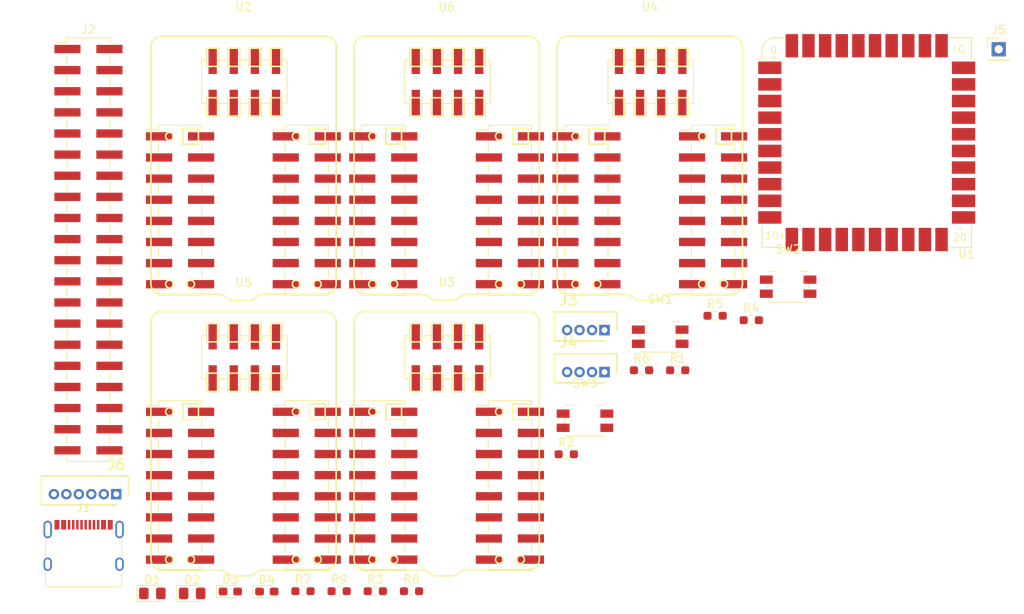
<source format=kicad_pcb>
(kicad_pcb (version 20211014) (generator pcbnew)
  (layers (0 "F.Cu" signal) (31 "B.Cu" signal) (34 "B.Paste" user) (35 "F.Paste" user) (36 "B.SilkS" user "B.Silkscreen") (37 "F.SilkS" user "F.Silkscreen") (38 "B.Mask" user) (39 "F.Mask" user) (44 "Edge.Cuts" user))
  (net 0 "")
  (net 1 "+3.3V")
  (net 2 "Net-(D4-Pad2)")
  (net 6 "GND")
  (net 7 "Net-(J3-Pad3)")
  (net 19 "Net-(D1-Pad1)")
  (net 20 "VBUS")
  (net 21 "+5V")
  (net 22 "Net-(J1-PadA5)")
  (net 25 "/USB_D+")
  (net 26 "/USB_D-")
  (net 38 "Net-(R7-Pad2)")
  (net 45 "Net-(J1-PadB5)")
  (net 51 "/RX_0")
  (net 52 "/TX_0")
  (net 69 "/SDA_1")
  (net 70 "/SCL_1")
  (net 83 "/SDA_0")
  (net 84 "/SCL_0")
  (net 89 "M1n_RST")
  (net 93 "/TX_1")
  (net 95 "/RX_1")
  (net 97 "/RESET")
  (net 98 "/BOOTSET")
  (net 259 "Net-(D3-Pad1)")
  (footprint "M1n:M1n-break" (layer "F.Cu") (at 115.965 72.99)
    (fp_text reference "U2" (at 0 -3.5 unlocked) (layer "F.SilkS"))
    (fp_text value "M1n-break")
    (pad "1" smd rect (at -10.15 29.83) (size 3.15 1) (layers "F.Cu" "F.Paste" "F.Mask"))
    (pad "2" smd rect (at -5.1 29.83) (size 3.15 1) (layers "F.Cu" "F.Paste" "F.Mask"))
    (pad "3" smd rect (at -10.15 27.29) (size 3.15 1) (layers "F.Cu" "F.Paste" "F.Mask"))
    (pad "4" smd rect (at -5.1 27.29) (size 3.15 1) (layers "F.Cu" "F.Paste" "F.Mask"))
    (pad "5" smd rect (at -10.15 24.75) (size 3.15 1) (layers "F.Cu" "F.Paste" "F.Mask"))
    (pad "6" smd rect (at -5.1 24.75) (size 3.15 1) (layers "F.Cu" "F.Paste" "F.Mask"))
    (pad "7" smd rect (at -10.15 22.21) (size 3.15 1) (layers "F.Cu" "F.Paste" "F.Mask"))
    (pad "8" smd rect (at -5.1 22.21) (size 3.15 1) (layers "F.Cu" "F.Paste" "F.Mask"))
    (pad "9" smd rect (at -10.15 19.67) (size 3.15 1) (layers "F.Cu" "F.Paste" "F.Mask") (net 21 "+5V"))
    (pad "10" smd rect (at -5.1 19.67) (size 3.15 1) (layers "F.Cu" "F.Paste" "F.Mask"))
    (pad "11" smd rect (at -10.15 17.13) (size 3.15 1) (layers "F.Cu" "F.Paste" "F.Mask"))
    (pad "12" smd rect (at -5.1 17.13) (size 3.15 1) (layers "F.Cu" "F.Paste" "F.Mask"))
    (pad "13" smd rect (at -10.15 14.59) (size 3.15 1) (layers "F.Cu" "F.Paste" "F.Mask") (net 89 "M1n_RST"))
    (pad "14" smd rect (at -5.1 14.59) (size 3.15 1) (layers "F.Cu" "F.Paste" "F.Mask"))
    (pad "15" smd rect (at -10.15 12.05) (size 3.15 1) (layers "F.Cu" "F.Paste" "F.Mask"))
    (pad "16" smd rect (at -5.1 12.05) (size 3.15 1) (layers "F.Cu" "F.Paste" "F.Mask"))
    (pad "17" smd rect (at -3.71 8.025 90) (size 3.15 1) (layers "F.Cu" "F.Paste" "F.Mask") (net 6 "GND"))
    (pad "18" smd rect (at -3.71 2.975 90) (size 3.15 1) (layers "F.Cu" "F.Paste" "F.Mask"))
    (pad "19" smd rect (at -1.17 8.025 90) (size 3.15 1) (layers "F.Cu" "F.Paste" "F.Mask"))
    (pad "20" smd rect (at -1.17 2.975 90) (size 3.15 1) (layers "F.Cu" "F.Paste" "F.Mask") (net 84 "/SCL_0"))
    (pad "21" smd rect (at 1.37 8.025 90) (size 3.15 1) (layers "F.Cu" "F.Paste" "F.Mask") (net 83 "/SDA_0"))
    (pad "22" smd rect (at 1.37 2.975 90) (size 3.15 1) (layers "F.Cu" "F.Paste" "F.Mask"))
    (pad "23" smd rect (at 3.91 8.025 90) (size 3.15 1) (layers "F.Cu" "F.Paste" "F.Mask"))
    (pad "24" smd rect (at 3.91 2.975 90) (size 3.15 1) (layers "F.Cu" "F.Paste" "F.Mask"))
    (pad "25" smd rect (at 10.13 12.05) (size 3.15 1) (layers "F.Cu" "F.Paste" "F.Mask"))
    (pad "26" smd rect (at 5.08 12.05) (size 3.15 1) (layers "F.Cu" "F.Paste" "F.Mask"))
    (pad "27" smd rect (at 10.13 14.59) (size 3.15 1) (layers "F.Cu" "F.Paste" "F.Mask"))
    (pad "28" smd rect (at 5.08 14.59) (size 3.15 1) (layers "F.Cu" "F.Paste" "F.Mask"))
    (pad "29" smd rect (at 10.13 17.13) (size 3.15 1) (layers "F.Cu" "F.Paste" "F.Mask"))
    (pad "30" smd rect (at 5.08 17.13) (size 3.15 1) (layers "F.Cu" "F.Paste" "F.Mask"))
    (pad "31" smd rect (at 10.13 19.67) (size 3.15 1) (layers "F.Cu" "F.Paste" "F.Mask"))
    (pad "32" smd rect (at 5.08 19.67) (size 3.15 1) (layers "F.Cu" "F.Paste" "F.Mask"))
    (pad "33" smd rect (at 10.13 22.21) (size 3.15 1) (layers "F.Cu" "F.Paste" "F.Mask"))
    (pad "34" smd rect (at 5.08 22.21) (size 3.15 1) (layers "F.Cu" "F.Paste" "F.Mask"))
    (pad "35" smd rect (at 10.13 24.75) (size 3.15 1) (layers "F.Cu" "F.Paste" "F.Mask"))
    (pad "36" smd rect (at 5.08 24.75) (size 3.15 1) (layers "F.Cu" "F.Paste" "F.Mask"))
    (pad "37" smd rect (at 10.13 27.29) (size 3.15 1) (layers "F.Cu" "F.Paste" "F.Mask"))
    (pad "38" smd rect (at 5.08 27.29) (size 3.15 1) (layers "F.Cu" "F.Paste" "F.Mask"))
    (pad "39" smd rect (at 10.13 29.83) (size 3.15 1) (layers "F.Cu" "F.Paste" "F.Mask"))
    (pad "40" smd rect (at 5.08 29.83) (size 3.15 1) (layers "F.Cu" "F.Paste" "F.Mask"))
  )
  (footprint "0.main.robot:LED_SMLE13WBC8W1" (layer "F.Cu") (at 118.77 139.775)
    (fp_text reference "D4" (at 0 -1.43) (layer "F.SilkS"))
    (fp_text value "LED")
    (pad "1" smd roundrect locked (at -0.875 0) (size 1.05 0.95) (layers "F.Cu" "F.Paste" "F.Mask") (net 6 "GND"))
    (pad "2" smd roundrect locked (at 0.875 0) (size 1.05 0.95) (layers "F.Cu" "F.Paste" "F.Mask") (net 2 "Net-(D4-Pad2)"))
  )
  (footprint "Resistor_SMD:R_0603_1608Metric_Pad0.98x0.95mm_HandSolder" (layer "F.Cu") (at 131.815 139.735)
    (fp_text reference "R3" (at 0 -1.43) (layer "F.SilkS"))
    (fp_text value "5.1K")
    (pad "1" smd roundrect (at -0.9125 0) (size 0.975 0.95) (layers "F.Cu" "F.Paste" "F.Mask") (net 45 "Net-(J1-PadB5)"))
    (pad "2" smd roundrect (at 0.9125 0) (size 0.975 0.95) (layers "F.Cu" "F.Paste" "F.Mask") (net 6 "GND"))
  )
  (footprint "Connector_PinHeader_2.54mm:PinHeader_2x20_P2.54mm_Vertical_SMD" (layer "F.Cu") (at 97.315 98.665)
    (fp_text reference "J2" (at 0 -26.46) (layer "F.SilkS"))
    (fp_text value "Wio Terminal")
    (pad "1" smd rect (at -2.525 -24.13) (size 3.15 1) (layers "F.Cu" "F.Paste" "F.Mask"))
    (pad "2" smd rect (at 2.525 -24.13) (size 3.15 1) (layers "F.Cu" "F.Paste" "F.Mask") (net 21 "+5V"))
    (pad "3" smd rect (at -2.525 -21.59) (size 3.15 1) (layers "F.Cu" "F.Paste" "F.Mask"))
    (pad "4" smd rect (at 2.525 -21.59) (size 3.15 1) (layers "F.Cu" "F.Paste" "F.Mask") (net 21 "+5V"))
    (pad "5" smd rect (at -2.525 -19.05) (size 3.15 1) (layers "F.Cu" "F.Paste" "F.Mask"))
    (pad "6" smd rect (at 2.525 -19.05) (size 3.15 1) (layers "F.Cu" "F.Paste" "F.Mask"))
    (pad "7" smd rect (at -2.525 -16.51) (size 3.15 1) (layers "F.Cu" "F.Paste" "F.Mask"))
    (pad "8" smd rect (at 2.525 -16.51) (size 3.15 1) (layers "F.Cu" "F.Paste" "F.Mask") (net 51 "/RX_0"))
    (pad "9" smd rect (at -2.525 -13.97) (size 3.15 1) (layers "F.Cu" "F.Paste" "F.Mask") (net 6 "GND"))
    (pad "10" smd rect (at 2.525 -13.97) (size 3.15 1) (layers "F.Cu" "F.Paste" "F.Mask") (net 52 "/TX_0"))
    (pad "11" smd rect (at -2.525 -11.43) (size 3.15 1) (layers "F.Cu" "F.Paste" "F.Mask"))
    (pad "12" smd rect (at 2.525 -11.43) (size 3.15 1) (layers "F.Cu" "F.Paste" "F.Mask"))
    (pad "13" smd rect (at -2.525 -8.89) (size 3.15 1) (layers "F.Cu" "F.Paste" "F.Mask"))
    (pad "14" smd rect (at 2.525 -8.89) (size 3.15 1) (layers "F.Cu" "F.Paste" "F.Mask"))
    (pad "15" smd rect (at -2.525 -6.35) (size 3.15 1) (layers "F.Cu" "F.Paste" "F.Mask"))
    (pad "16" smd rect (at 2.525 -6.35) (size 3.15 1) (layers "F.Cu" "F.Paste" "F.Mask"))
    (pad "17" smd rect (at -2.525 -3.81) (size 3.15 1) (layers "F.Cu" "F.Paste" "F.Mask"))
    (pad "18" smd rect (at 2.525 -3.81) (size 3.15 1) (layers "F.Cu" "F.Paste" "F.Mask"))
    (pad "19" smd rect (at -2.525 -1.27) (size 3.15 1) (layers "F.Cu" "F.Paste" "F.Mask"))
    (pad "20" smd rect (at 2.525 -1.27) (size 3.15 1) (layers "F.Cu" "F.Paste" "F.Mask"))
    (pad "21" smd rect (at -2.525 1.27) (size 3.15 1) (layers "F.Cu" "F.Paste" "F.Mask"))
    (pad "22" smd rect (at 2.525 1.27) (size 3.15 1) (layers "F.Cu" "F.Paste" "F.Mask"))
    (pad "23" smd rect (at -2.525 3.81) (size 3.15 1) (layers "F.Cu" "F.Paste" "F.Mask"))
    (pad "24" smd rect (at 2.525 3.81) (size 3.15 1) (layers "F.Cu" "F.Paste" "F.Mask"))
    (pad "25" smd rect (at -2.525 6.35) (size 3.15 1) (layers "F.Cu" "F.Paste" "F.Mask"))
    (pad "26" smd rect (at 2.525 6.35) (size 3.15 1) (layers "F.Cu" "F.Paste" "F.Mask"))
    (pad "27" smd rect (at -2.525 8.89) (size 3.15 1) (layers "F.Cu" "F.Paste" "F.Mask") (net 69 "/SDA_1"))
    (pad "28" smd rect (at 2.525 8.89) (size 3.15 1) (layers "F.Cu" "F.Paste" "F.Mask") (net 70 "/SCL_1"))
    (pad "29" smd rect (at -2.525 11.43) (size 3.15 1) (layers "F.Cu" "F.Paste" "F.Mask"))
    (pad "30" smd rect (at 2.525 11.43) (size 3.15 1) (layers "F.Cu" "F.Paste" "F.Mask"))
    (pad "31" smd rect (at -2.525 13.97) (size 3.15 1) (layers "F.Cu" "F.Paste" "F.Mask"))
    (pad "32" smd rect (at 2.525 13.97) (size 3.15 1) (layers "F.Cu" "F.Paste" "F.Mask"))
    (pad "33" smd rect (at -2.525 16.51) (size 3.15 1) (layers "F.Cu" "F.Paste" "F.Mask"))
    (pad "34" smd rect (at 2.525 16.51) (size 3.15 1) (layers "F.Cu" "F.Paste" "F.Mask"))
    (pad "35" smd rect (at -2.525 19.05) (size 3.15 1) (layers "F.Cu" "F.Paste" "F.Mask"))
    (pad "36" smd rect (at 2.525 19.05) (size 3.15 1) (layers "F.Cu" "F.Paste" "F.Mask"))
    (pad "37" smd rect (at -2.525 21.59) (size 3.15 1) (layers "F.Cu" "F.Paste" "F.Mask"))
    (pad "38" smd rect (at 2.525 21.59) (size 3.15 1) (layers "F.Cu" "F.Paste" "F.Mask"))
    (pad "39" smd rect (at -2.525 24.13) (size 3.15 1) (layers "F.Cu" "F.Paste" "F.Mask"))
    (pad "40" smd rect (at 2.525 24.13) (size 3.15 1) (layers "F.Cu" "F.Paste" "F.Mask"))
  )
  (footprint "Resistor_SMD:R_0603_1608Metric_Pad0.98x0.95mm_HandSolder" (layer "F.Cu") (at 123.115 139.735)
    (fp_text reference "R7" (at 0 -1.43) (layer "F.SilkS"))
    (fp_text value "470")
    (pad "1" smd roundrect (at -0.9125 0) (size 0.975 0.95) (layers "F.Cu" "F.Paste" "F.Mask") (net 2 "Net-(D4-Pad2)"))
    (pad "2" smd roundrect (at 0.9125 0) (size 0.975 0.95) (layers "F.Cu" "F.Paste" "F.Mask") (net 38 "Net-(R7-Pad2)"))
  )
  (footprint "Resistor_SMD:R_0603_1608Metric_Pad0.98x0.95mm_HandSolder" (layer "F.Cu") (at 177.025 107.145)
    (fp_text reference "R4" (at 0 -1.43) (layer "F.SilkS"))
    (fp_text value "1K")
    (pad "1" smd roundrect (at -0.9125 0) (size 0.975 0.95) (layers "F.Cu" "F.Paste" "F.Mask") (net 259 "Net-(D3-Pad1)"))
    (pad "2" smd roundrect (at 0.9125 0) (size 0.975 0.95) (layers "F.Cu" "F.Paste" "F.Mask") (net 6 "GND"))
  )
  (footprint "Connector_PinHeader_2.54mm:PinHeader_1x01_P2.54mm_Vertical" (layer "F.Cu") (at 206.775 74.565)
    (fp_text reference "J5" (at 0 -2.33) (layer "F.SilkS"))
    (fp_text value "pin_test")
    (pad "1" thru_hole rect (at 0 0) (size 1.7 1.7) (drill 1) (layers *.Cu *.Mask) (net 6 "GND"))
  )
  (footprint "Button_Switch_SMD:Panasonic_EVQPUJ_EVQPUA" (layer "F.Cu") (at 181.455 103.115)
    (fp_text reference "SW2" (at 0 -4.5) (layer "F.SilkS"))
    (fp_text value "RST")
    (pad "1" smd rect (at 2.625 -0.85 180) (size 1.55 1) (layers "F.Cu" "F.Paste" "F.Mask") (net 6 "GND"))
    (pad "1" smd rect (at -2.625 -0.85 180) (size 1.55 1) (layers "F.Cu" "F.Paste" "F.Mask") (net 6 "GND"))
    (pad "2" smd rect (at 2.625 0.85 180) (size 1.55 1) (layers "F.Cu" "F.Paste" "F.Mask") (net 97 "/RESET"))
    (pad "2" smd rect (at -2.625 0.85 180) (size 1.55 1) (layers "F.Cu" "F.Paste" "F.Mask") (net 97 "/RESET"))
  )
  (footprint "Button_Switch_SMD:Panasonic_EVQPUJ_EVQPUA" (layer "F.Cu") (at 157.025 119.235)
    (fp_text reference "SW3" (at 0 -4.5) (layer "F.SilkS"))
    (fp_text value "M1n_RST")
    (pad "1" smd rect (at 2.625 -0.85 180) (size 1.55 1) (layers "F.Cu" "F.Paste" "F.Mask") (net 6 "GND"))
    (pad "1" smd rect (at -2.625 -0.85 180) (size 1.55 1) (layers "F.Cu" "F.Paste" "F.Mask") (net 6 "GND"))
    (pad "2" smd rect (at -2.625 0.85 180) (size 1.55 1) (layers "F.Cu" "F.Paste" "F.Mask") (net 89 "M1n_RST"))
    (pad "2" smd rect (at 2.625 0.85 180) (size 1.55 1) (layers "F.Cu" "F.Paste" "F.Mask") (net 89 "M1n_RST"))
  )
  (footprint "rp2040_stamp:RP2040_Stamp_SMD" (layer "F.Cu") (at 190.905 85.79)
    (fp_text reference "U1" (at 12 13.4 unlocked) (layer "F.SilkS"))
    (fp_text value "RP2040_Stamp")
    (fp_text user "0" (at -11.2 -11.2) (layer "F.SilkS") (effects (font (size 0.9 0.9) (thickness 0.12))))
    (fp_text user "20" (at 11.2 11.4) (layer "F.SilkS") (effects (font (size 0.9 0.9) (thickness 0.12))))
    (fp_text user "G" (at 11.4 -11.2) (layer "F.SilkS") (effects (font (size 0.9 0.9) (thickness 0.12))))
    (fp_text user "10" (at -11.4 11.2) (layer "F.SilkS") (effects (font (size 0.9 0.9) (thickness 0.12))))
    (pad "1" smd rect (at -11.65 -9) (size 2.8 1.5) (layers "F.Cu" "F.Paste" "F.Mask"))
    (pad "2" smd rect (at -11.65 -7) (size 2.8 1.5) (layers "F.Cu" "F.Paste" "F.Mask"))
    (pad "3" smd rect (at -11.65 -5) (size 2.8 1.5) (layers "F.Cu" "F.Paste" "F.Mask"))
    (pad "4" smd rect (at -11.65 -3) (size 2.8 1.5) (layers "F.Cu" "F.Paste" "F.Mask"))
    (pad "5" smd rect (at -11.65 -1) (size 2.8 1.5) (layers "F.Cu" "F.Paste" "F.Mask") (net 93 "/TX_1"))
    (pad "6" smd rect (at -11.65 1) (size 2.8 1.5) (layers "F.Cu" "F.Paste" "F.Mask") (net 95 "/RX_1"))
    (pad "7" smd rect (at -11.65 3) (size 2.8 1.5) (layers "F.Cu" "F.Paste" "F.Mask") (net 69 "/SDA_1"))
    (pad "8" smd rect (at -11.65 5) (size 2.8 1.5) (layers "F.Cu" "F.Paste" "F.Mask") (net 70 "/SCL_1"))
    (pad "9" smd rect (at -11.65 7) (size 2.8 1.5) (layers "F.Cu" "F.Paste" "F.Mask") (net 83 "/SDA_0"))
    (pad "10" smd rect (at -11.65 9) (size 2.8 1.5) (layers "F.Cu" "F.Paste" "F.Mask") (net 84 "/SCL_0"))
    (pad "11" smd rect (at -9 11.65 270) (size 2.8 1.5) (layers "F.Cu" "F.Paste" "F.Mask"))
    (pad "12" smd rect (at -7 11.65 270) (size 2.8 1.5) (layers "F.Cu" "F.Paste" "F.Mask"))
    (pad "13" smd rect (at -5 11.65 270) (size 2.8 1.5) (layers "F.Cu" "F.Paste" "F.Mask") (net 52 "/TX_0"))
    (pad "14" smd rect (at -3 11.65 270) (size 2.8 1.5) (layers "F.Cu" "F.Paste" "F.Mask") (net 51 "/RX_0"))
    (pad "15" smd rect (at -1 11.65 270) (size 2.8 1.5) (layers "F.Cu" "F.Paste" "F.Mask"))
    (pad "16" smd rect (at 1 11.65 270) (size 2.8 1.5) (layers "F.Cu" "F.Paste" "F.Mask"))
    (pad "17" smd rect (at 3 11.65 270) (size 2.8 1.5) (layers "F.Cu" "F.Paste" "F.Mask"))
    (pad "18" smd rect (at 5 11.65 270) (size 2.8 1.5) (layers "F.Cu" "F.Paste" "F.Mask"))
    (pad "19" smd rect (at 7 11.65 270) (size 2.8 1.5) (layers "F.Cu" "F.Paste" "F.Mask"))
    (pad "20" smd rect (at 9 11.65 270) (size 2.8 1.5) (layers "F.Cu" "F.Paste" "F.Mask"))
    (pad "21" smd rect (at 11.65 9) (size 2.8 1.5) (layers "F.Cu" "F.Paste" "F.Mask"))
    (pad "22" smd rect (at 11.65 7) (size 2.8 1.5) (layers "F.Cu" "F.Paste" "F.Mask"))
    (pad "23" smd rect (at 11.65 5) (size 2.8 1.5) (layers "F.Cu" "F.Paste" "F.Mask"))
    (pad "24" smd rect (at 11.65 3) (size 2.8 1.5) (layers "F.Cu" "F.Paste" "F.Mask"))
    (pad "25" smd rect (at 11.65 1) (size 2.8 1.5) (layers "F.Cu" "F.Paste" "F.Mask"))
    (pad "26" smd rect (at 11.65 -1) (size 2.8 1.5) (layers "F.Cu" "F.Paste" "F.Mask") (net 38 "Net-(R7-Pad2)"))
    (pad "27" smd rect (at 11.65 -3) (size 2.8 1.5) (layers "F.Cu" "F.Paste" "F.Mask"))
    (pad "28" smd rect (at 11.65 -5) (size 2.8 1.5) (layers "F.Cu" "F.Paste" "F.Mask"))
    (pad "29" smd rect (at 11.65 -7) (size 2.8 1.5) (layers "F.Cu" "F.Paste" "F.Mask"))
    (pad "30" smd rect (at 11.65 -9) (size 2.8 1.5) (layers "F.Cu" "F.Paste" "F.Mask"))
    (pad "31" smd rect (at 9 -11.65 270) (size 2.8 1.5) (layers "F.Cu" "F.Paste" "F.Mask") (net 6 "GND"))
    (pad "32" smd rect (at 7 -11.65 270) (size 2.8 1.5) (layers "F.Cu" "F.Paste" "F.Mask"))
    (pad "33" smd rect (at 5 -11.65 270) (size 2.8 1.5) (layers "F.Cu" "F.Paste" "F.Mask") (net 19 "Net-(D1-Pad1)"))
    (pad "34" smd rect (at 3 -11.65 270) (size 2.8 1.5) (layers "F.Cu" "F.Paste" "F.Mask"))
    (pad "35" smd rect (at 1 -11.65 270) (size 2.8 1.5) (layers "F.Cu" "F.Paste" "F.Mask") (net 26 "/USB_D-"))
    (pad "36" smd rect (at -1 -11.65 270) (size 2.8 1.5) (layers "F.Cu" "F.Paste" "F.Mask") (net 25 "/USB_D+"))
    (pad "37" smd rect (at -3 -11.65 270) (size 2.8 1.5) (layers "F.Cu" "F.Paste" "F.Mask"))
    (pad "38" smd rect (at -5 -11.65 270) (size 2.8 1.5) (layers "F.Cu" "F.Paste" "F.Mask"))
    (pad "39" smd rect (at -7 -11.65 270) (size 2.8 1.5) (layers "F.Cu" "F.Paste" "F.Mask") (net 97 "/RESET"))
    (pad "40" smd rect (at -9 -11.65 270) (size 2.8 1.5) (layers "F.Cu" "F.Paste" "F.Mask") (net 98 "/BOOTSET"))
  )
  (footprint "0.main.robot:JSTB4B-ZR" (layer "F.Cu") (at 159.375 113.385)
    (fp_text reference "J4" (at -4.318 -3.556) (layer "F.SilkS") (effects (font (size 1.27 1.27) (thickness 0.254))))
    (fp_text value "I2C_0" hide)
    (pad "1" thru_hole rect (at 0 0) (size 1.25 1.25) (drill 0.7) (layers *.Cu *.Mask) (net 84 "/SCL_0"))
    (pad "2" thru_hole circle (at -1.5 0) (size 1.25 1.25) (drill 0.7) (layers *.Cu *.Mask) (net 21 "+5V"))
    (pad "3" thru_hole circle (at -3 0) (size 1.25 1.25) (drill 0.7) (layers *.Cu *.Mask) (net 83 "/SDA_0"))
    (pad "4" thru_hole circle (at -4.5 0) (size 1.25 1.25) (drill 0.7) (layers *.Cu *.Mask) (net 6 "GND"))
  )
  (footprint "Diode_SMD:D_0805_2012Metric_Pad1.15x1.40mm_HandSolder" (layer "F.Cu") (at 105 140)
    (fp_text reference "D1" (at 0 -1.65) (layer "F.SilkS"))
    (fp_text value "D_Schottky")
    (pad "1" smd roundrect (at -1.025 0) (size 1.15 1.4) (layers "F.Cu" "F.Paste" "F.Mask") (roundrect_rratio 0.217391) (net 19 "Net-(D1-Pad1)"))
    (pad "2" smd roundrect (at 1.025 0) (size 1.15 1.4) (layers "F.Cu" "F.Paste" "F.Mask") (roundrect_rratio 0.217391) (net 20 "VBUS"))
  )
  (footprint "M1n:M1n-break" (layer "F.Cu") (at 140.395 72.99)
    (fp_text reference "U6" (at 0 -3.5 unlocked) (layer "F.SilkS"))
    (fp_text value "M1n-break")
    (pad "1" smd rect (at -10.15 29.83) (size 3.15 1) (layers "F.Cu" "F.Paste" "F.Mask"))
    (pad "2" smd rect (at -5.1 29.83) (size 3.15 1) (layers "F.Cu" "F.Paste" "F.Mask"))
    (pad "3" smd rect (at -10.15 27.29) (size 3.15 1) (layers "F.Cu" "F.Paste" "F.Mask"))
    (pad "4" smd rect (at -5.1 27.29) (size 3.15 1) (layers "F.Cu" "F.Paste" "F.Mask"))
    (pad "5" smd rect (at -10.15 24.75) (size 3.15 1) (layers "F.Cu" "F.Paste" "F.Mask"))
    (pad "6" smd rect (at -5.1 24.75) (size 3.15 1) (layers "F.Cu" "F.Paste" "F.Mask"))
    (pad "7" smd rect (at -10.15 22.21) (size 3.15 1) (layers "F.Cu" "F.Paste" "F.Mask"))
    (pad "8" smd rect (at -5.1 22.21) (size 3.15 1) (layers "F.Cu" "F.Paste" "F.Mask"))
    (pad "9" smd rect (at -10.15 19.67) (size 3.15 1) (layers "F.Cu" "F.Paste" "F.Mask") (net 21 "+5V"))
    (pad "10" smd rect (at -5.1 19.67) (size 3.15 1) (layers "F.Cu" "F.Paste" "F.Mask"))
    (pad "11" smd rect (at -10.15 17.13) (size 3.15 1) (layers "F.Cu" "F.Paste" "F.Mask"))
    (pad "12" smd rect (at -5.1 17.13) (size 3.15 1) (layers "F.Cu" "F.Paste" "F.Mask"))
    (pad "13" smd rect (at -10.15 14.59) (size 3.15 1) (layers "F.Cu" "F.Paste" "F.Mask") (net 89 "M1n_RST"))
    (pad "14" smd rect (at -5.1 14.59) (size 3.15 1) (layers "F.Cu" "F.Paste" "F.Mask"))
    (pad "15" smd rect (at -10.15 12.05) (size 3.15 1) (layers "F.Cu" "F.Paste" "F.Mask"))
    (pad "16" smd rect (at -5.1 12.05) (size 3.15 1) (layers "F.Cu" "F.Paste" "F.Mask"))
    (pad "17" smd rect (at -3.71 8.025 90) (size 3.15 1) (layers "F.Cu" "F.Paste" "F.Mask") (net 6 "GND"))
    (pad "18" smd rect (at -3.71 2.975 90) (size 3.15 1) (layers "F.Cu" "F.Paste" "F.Mask"))
    (pad "19" smd rect (at -1.17 8.025 90) (size 3.15 1) (layers "F.Cu" "F.Paste" "F.Mask"))
    (pad "20" smd rect (at -1.17 2.975 90) (size 3.15 1) (layers "F.Cu" "F.Paste" "F.Mask") (net 84 "/SCL_0"))
    (pad "21" smd rect (at 1.37 8.025 90) (size 3.15 1) (layers "F.Cu" "F.Paste" "F.Mask") (net 83 "/SDA_0"))
    (pad "22" smd rect (at 1.37 2.975 90) (size 3.15 1) (layers "F.Cu" "F.Paste" "F.Mask"))
    (pad "23" smd rect (at 3.91 8.025 90) (size 3.15 1) (layers "F.Cu" "F.Paste" "F.Mask"))
    (pad "24" smd rect (at 3.91 2.975 90) (size 3.15 1) (layers "F.Cu" "F.Paste" "F.Mask"))
    (pad "25" smd rect (at 10.13 12.05) (size 3.15 1) (layers "F.Cu" "F.Paste" "F.Mask"))
    (pad "26" smd rect (at 5.08 12.05) (size 3.15 1) (layers "F.Cu" "F.Paste" "F.Mask"))
    (pad "27" smd rect (at 10.13 14.59) (size 3.15 1) (layers "F.Cu" "F.Paste" "F.Mask"))
    (pad "28" smd rect (at 5.08 14.59) (size 3.15 1) (layers "F.Cu" "F.Paste" "F.Mask"))
    (pad "29" smd rect (at 10.13 17.13) (size 3.15 1) (layers "F.Cu" "F.Paste" "F.Mask"))
    (pad "30" smd rect (at 5.08 17.13) (size 3.15 1) (layers "F.Cu" "F.Paste" "F.Mask"))
    (pad "31" smd rect (at 10.13 19.67) (size 3.15 1) (layers "F.Cu" "F.Paste" "F.Mask"))
    (pad "32" smd rect (at 5.08 19.67) (size 3.15 1) (layers "F.Cu" "F.Paste" "F.Mask"))
    (pad "33" smd rect (at 10.13 22.21) (size 3.15 1) (layers "F.Cu" "F.Paste" "F.Mask"))
    (pad "34" smd rect (at 5.08 22.21) (size 3.15 1) (layers "F.Cu" "F.Paste" "F.Mask"))
    (pad "35" smd rect (at 10.13 24.75) (size 3.15 1) (layers "F.Cu" "F.Paste" "F.Mask"))
    (pad "36" smd rect (at 5.08 24.75) (size 3.15 1) (layers "F.Cu" "F.Paste" "F.Mask"))
    (pad "37" smd rect (at 10.13 27.29) (size 3.15 1) (layers "F.Cu" "F.Paste" "F.Mask"))
    (pad "38" smd rect (at 5.08 27.29) (size 3.15 1) (layers "F.Cu" "F.Paste" "F.Mask"))
    (pad "39" smd rect (at 10.13 29.83) (size 3.15 1) (layers "F.Cu" "F.Paste" "F.Mask"))
    (pad "40" smd rect (at 5.08 29.83) (size 3.15 1) (layers "F.Cu" "F.Paste" "F.Mask"))
  )
  (footprint "Resistor_SMD:R_0603_1608Metric_Pad0.98x0.95mm_HandSolder" (layer "F.Cu") (at 172.675 106.615)
    (fp_text reference "R5" (at 0 -1.43) (layer "F.SilkS"))
    (fp_text value "10k")
    (pad "1" smd roundrect (at -0.9125 0) (size 0.975 0.95) (layers "F.Cu" "F.Paste" "F.Mask") (net 70 "/SCL_1"))
    (pad "2" smd roundrect (at 0.9125 0) (size 0.975 0.95) (layers "F.Cu" "F.Paste" "F.Mask") (net 1 "+3.3V"))
  )
  (footprint "Button_Switch_SMD:Panasonic_EVQPUJ_EVQPUA" (layer "F.Cu") (at 166.075 109.135)
    (fp_text reference "SW1" (at 0 -4.5) (layer "F.SilkS"))
    (fp_text value "BOOTSET")
    (pad "1" smd rect (at 2.625 -0.85 180) (size 1.55 1) (layers "F.Cu" "F.Paste" "F.Mask") (net 6 "GND"))
    (pad "1" smd rect (at -2.625 -0.85 180) (size 1.55 1) (layers "F.Cu" "F.Paste" "F.Mask") (net 6 "GND"))
    (pad "2" smd rect (at 2.625 0.85 180) (size 1.55 1) (layers "F.Cu" "F.Paste" "F.Mask") (net 98 "/BOOTSET"))
    (pad "2" smd rect (at -2.625 0.85 180) (size 1.55 1) (layers "F.Cu" "F.Paste" "F.Mask") (net 98 "/BOOTSET"))
  )
  (footprint "Connector_USB:USB_C_Receptacle_XKB_U262-16XN-4BVC11" (layer "F.Cu") (at 96.735 135.415)
    (fp_text reference "J1" (at 0 -5.715) (layer "F.SilkS"))
    (fp_text value "USB_C_Receptacle_USB2.0")
    (pad "" np_thru_hole circle (at -2.89 -2.605) (size 0.65 0.65) (drill 0.65) (layers *.Cu *.Mask))
    (pad "" np_thru_hole circle (at 2.89 -2.605) (size 0.65 0.65) (drill 0.65) (layers *.Cu *.Mask))
    (pad "A1" smd rect (at -3.35 -3.67) (size 0.3 1.15) (layers "F.Cu" "F.Paste" "F.Mask") (net 6 "GND"))
    (pad "A4" smd rect (at -2.55 -3.67) (size 0.3 1.15) (layers "F.Cu" "F.Paste" "F.Mask") (net 20 "VBUS"))
    (pad "A5" smd rect (at -1.25 -3.67) (size 0.3 1.15) (layers "F.Cu" "F.Paste" "F.Mask") (net 22 "Net-(J1-PadA5)"))
    (pad "A6" smd rect (at -0.25 -3.67) (size 0.3 1.15) (layers "F.Cu" "F.Paste" "F.Mask") (net 25 "/USB_D+"))
    (pad "A7" smd rect (at 0.25 -3.67) (size 0.3 1.15) (layers "F.Cu" "F.Paste" "F.Mask") (net 26 "/USB_D-"))
    (pad "A8" smd rect (at 1.25 -3.67) (size 0.3 1.15) (layers "F.Cu" "F.Paste" "F.Mask"))
    (pad "A9" smd rect (at 2.55 -3.67) (size 0.3 1.15) (layers "F.Cu" "F.Paste" "F.Mask") (net 20 "VBUS"))
    (pad "A12" smd rect (at 3.35 -3.67) (size 0.3 1.15) (layers "F.Cu" "F.Paste" "F.Mask") (net 6 "GND"))
    (pad "B1" smd rect (at 3.05 -3.67) (size 0.3 1.15) (layers "F.Cu" "F.Paste" "F.Mask") (net 6 "GND"))
    (pad "B4" smd rect (at 2.25 -3.67) (size 0.3 1.15) (layers "F.Cu" "F.Paste" "F.Mask") (net 20 "VBUS"))
    (pad "B5" smd rect (at 1.75 -3.67) (size 0.3 1.15) (layers "F.Cu" "F.Paste" "F.Mask") (net 45 "Net-(J1-PadB5)"))
    (pad "B6" smd rect (at 0.75 -3.67) (size 0.3 1.15) (layers "F.Cu" "F.Paste" "F.Mask") (net 25 "/USB_D+"))
    (pad "B7" smd rect (at -0.75 -3.67) (size 0.3 1.15) (layers "F.Cu" "F.Paste" "F.Mask") (net 26 "/USB_D-"))
    (pad "B8" smd rect (at -1.75 -3.67) (size 0.3 1.15) (layers "F.Cu" "F.Paste" "F.Mask"))
    (pad "B9" smd rect (at -2.25 -3.67) (size 0.3 1.15) (layers "F.Cu" "F.Paste" "F.Mask") (net 20 "VBUS"))
    (pad "B12" smd rect (at -3.05 -3.67) (size 0.3 1.15) (layers "F.Cu" "F.Paste" "F.Mask") (net 6 "GND"))
    (pad "S1" thru_hole oval (at 4.32 -3.105) (size 1 2.1) (drill oval 0.6 1.7) (layers *.Cu *.Mask) (net 6 "GND"))
    (pad "S1" thru_hole oval (at -4.32 -3.105) (size 1 2.1) (drill oval 0.6 1.7) (layers *.Cu *.Mask) (net 6 "GND"))
    (pad "S1" thru_hole oval (at 4.32 1.075) (size 1 1.6) (drill oval 0.6 1.2) (layers *.Cu *.Mask) (net 6 "GND"))
    (pad "S1" thru_hole oval (at -4.32 1.075) (size 1 1.6) (drill oval 0.6 1.2) (layers *.Cu *.Mask) (net 6 "GND"))
  )
  (footprint "Resistor_SMD:R_0603_1608Metric_Pad0.98x0.95mm_HandSolder" (layer "F.Cu") (at 136.165 139.735)
    (fp_text reference "R8" (at 0 -1.43) (layer "F.SilkS"))
    (fp_text value "10k")
    (pad "1" smd roundrect (at -0.9125 0) (size 0.975 0.95) (layers "F.Cu" "F.Paste" "F.Mask") (net 84 "/SCL_0"))
    (pad "2" smd roundrect (at 0.9125 0) (size 0.975 0.95) (layers "F.Cu" "F.Paste" "F.Mask") (net 21 "+5V"))
  )
  (footprint "M1n:M1n-break" (layer "F.Cu") (at 164.825 72.99)
    (fp_text reference "U4" (at 0 -3.5 unlocked) (layer "F.SilkS"))
    (fp_text value "M1n-break")
    (pad "1" smd rect (at -10.15 29.83) (size 3.15 1) (layers "F.Cu" "F.Paste" "F.Mask"))
    (pad "2" smd rect (at -5.1 29.83) (size 3.15 1) (layers "F.Cu" "F.Paste" "F.Mask"))
    (pad "3" smd rect (at -10.15 27.29) (size 3.15 1) (layers "F.Cu" "F.Paste" "F.Mask"))
    (pad "4" smd rect (at -5.1 27.29) (size 3.15 1) (layers "F.Cu" "F.Paste" "F.Mask"))
    (pad "5" smd rect (at -10.15 24.75) (size 3.15 1) (layers "F.Cu" "F.Paste" "F.Mask"))
    (pad "6" smd rect (at -5.1 24.75) (size 3.15 1) (layers "F.Cu" "F.Paste" "F.Mask"))
    (pad "7" smd rect (at -10.15 22.21) (size 3.15 1) (layers "F.Cu" "F.Paste" "F.Mask"))
    (pad "8" smd rect (at -5.1 22.21) (size 3.15 1) (layers "F.Cu" "F.Paste" "F.Mask"))
    (pad "9" smd rect (at -10.15 19.67) (size 3.15 1) (layers "F.Cu" "F.Paste" "F.Mask") (net 21 "+5V"))
    (pad "10" smd rect (at -5.1 19.67) (size 3.15 1) (layers "F.Cu" "F.Paste" "F.Mask"))
    (pad "11" smd rect (at -10.15 17.13) (size 3.15 1) (layers "F.Cu" "F.Paste" "F.Mask"))
    (pad "12" smd rect (at -5.1 17.13) (size 3.15 1) (layers "F.Cu" "F.Paste" "F.Mask"))
    (pad "13" smd rect (at -10.15 14.59) (size 3.15 1) (layers "F.Cu" "F.Paste" "F.Mask") (net 89 "M1n_RST"))
    (pad "14" smd rect (at -5.1 14.59) (size 3.15 1) (layers "F.Cu" "F.Paste" "F.Mask"))
    (pad "15" smd rect (at -10.15 12.05) (size 3.15 1) (layers "F.Cu" "F.Paste" "F.Mask"))
    (pad "16" smd rect (at -5.1 12.05) (size 3.15 1) (layers "F.Cu" "F.Paste" "F.Mask"))
    (pad "17" smd rect (at -3.71 8.025 90) (size 3.15 1) (layers "F.Cu" "F.Paste" "F.Mask") (net 6 "GND"))
    (pad "18" smd rect (at -3.71 2.975 90) (size 3.15 1) (layers "F.Cu" "F.Paste" "F.Mask"))
    (pad "19" smd rect (at -1.17 8.025 90) (size 3.15 1) (layers "F.Cu" "F.Paste" "F.Mask"))
    (pad "20" smd rect (at -1.17 2.975 90) (size 3.15 1) (layers "F.Cu" "F.Paste" "F.Mask") (net 84 "/SCL_0"))
    (pad "21" smd rect (at 1.37 8.025 90) (size 3.15 1) (layers "F.Cu" "F.Paste" "F.Mask") (net 83 "/SDA_0"))
    (pad "22" smd rect (at 1.37 2.975 90) (size 3.15 1) (layers "F.Cu" "F.Paste" "F.Mask"))
    (pad "23" smd rect (at 3.91 8.025 90) (size 3.15 1) (layers "F.Cu" "F.Paste" "F.Mask"))
    (pad "24" smd rect (at 3.91 2.975 90) (size 3.15 1) (layers "F.Cu" "F.Paste" "F.Mask"))
    (pad "25" smd rect (at 10.13 12.05) (size 3.15 1) (layers "F.Cu" "F.Paste" "F.Mask"))
    (pad "26" smd rect (at 5.08 12.05) (size 3.15 1) (layers "F.Cu" "F.Paste" "F.Mask"))
    (pad "27" smd rect (at 10.13 14.59) (size 3.15 1) (layers "F.Cu" "F.Paste" "F.Mask"))
    (pad "28" smd rect (at 5.08 14.59) (size 3.15 1) (layers "F.Cu" "F.Paste" "F.Mask"))
    (pad "29" smd rect (at 10.13 17.13) (size 3.15 1) (layers "F.Cu" "F.Paste" "F.Mask"))
    (pad "30" smd rect (at 5.08 17.13) (size 3.15 1) (layers "F.Cu" "F.Paste" "F.Mask"))
    (pad "31" smd rect (at 10.13 19.67) (size 3.15 1) (layers "F.Cu" "F.Paste" "F.Mask"))
    (pad "32" smd rect (at 5.08 19.67) (size 3.15 1) (layers "F.Cu" "F.Paste" "F.Mask"))
    (pad "33" smd rect (at 10.13 22.21) (size 3.15 1) (layers "F.Cu" "F.Paste" "F.Mask"))
    (pad "34" smd rect (at 5.08 22.21) (size 3.15 1) (layers "F.Cu" "F.Paste" "F.Mask"))
    (pad "35" smd rect (at 10.13 24.75) (size 3.15 1) (layers "F.Cu" "F.Paste" "F.Mask"))
    (pad "36" smd rect (at 5.08 24.75) (size 3.15 1) (layers "F.Cu" "F.Paste" "F.Mask"))
    (pad "37" smd rect (at 10.13 27.29) (size 3.15 1) (layers "F.Cu" "F.Paste" "F.Mask"))
    (pad "38" smd rect (at 5.08 27.29) (size 3.15 1) (layers "F.Cu" "F.Paste" "F.Mask"))
    (pad "39" smd rect (at 10.13 29.83) (size 3.15 1) (layers "F.Cu" "F.Paste" "F.Mask"))
    (pad "40" smd rect (at 5.08 29.83) (size 3.15 1) (layers "F.Cu" "F.Paste" "F.Mask"))
  )
  (footprint "Resistor_SMD:R_0603_1608Metric_Pad0.98x0.95mm_HandSolder" (layer "F.Cu") (at 154.775 123.265)
    (fp_text reference "R2" (at 0 -1.43) (layer "F.SilkS"))
    (fp_text value "5.1K")
    (pad "1" smd roundrect (at -0.9125 0) (size 0.975 0.95) (layers "F.Cu" "F.Paste" "F.Mask") (net 22 "Net-(J1-PadA5)"))
    (pad "2" smd roundrect (at 0.9125 0) (size 0.975 0.95) (layers "F.Cu" "F.Paste" "F.Mask") (net 6 "GND"))
  )
  (footprint "0.main.robot:JSTB6B-ZR" (layer "F.Cu") (at 100.665 128.065)
    (fp_text reference "J6" (at 0 -3.556) (layer "F.SilkS") (effects (font (size 1.27 1.27) (thickness 0.254))))
    (fp_text value "to main" hide)
    (pad "1" thru_hole rect locked (at 0 0) (size 1.25 1.25) (drill 0.7) (layers *.Cu *.Mask) (net 70 "/SCL_1"))
    (pad "2" thru_hole circle locked (at -1.5 0) (size 1.25 1.25) (drill 0.7) (layers *.Cu *.Mask) (net 21 "+5V"))
    (pad "3" thru_hole circle locked (at -3 0) (size 1.25 1.25) (drill 0.7) (layers *.Cu *.Mask) (net 69 "/SDA_1"))
    (pad "4" thru_hole circle locked (at -4.5 0) (size 1.25 1.25) (drill 0.7) (layers *.Cu *.Mask) (net 21 "+5V"))
    (pad "5" thru_hole circle locked (at -6 0) (size 1.25 1.25) (drill 0.7) (layers *.Cu *.Mask) (net 6 "GND"))
    (pad "6" thru_hole circle locked (at -7.5 0) (size 1.25 1.25) (drill 0.7) (layers *.Cu *.Mask) (net 6 "GND"))
  )
  (footprint "M1n:M1n-break" (layer "F.Cu") (at 115.965 106.11)
    (fp_text reference "U5" (at 0 -3.5 unlocked) (layer "F.SilkS"))
    (fp_text value "M1n-break")
    (pad "1" smd rect (at -10.15 29.83) (size 3.15 1) (layers "F.Cu" "F.Paste" "F.Mask"))
    (pad "2" smd rect (at -5.1 29.83) (size 3.15 1) (layers "F.Cu" "F.Paste" "F.Mask"))
    (pad "3" smd rect (at -10.15 27.29) (size 3.15 1) (layers "F.Cu" "F.Paste" "F.Mask"))
    (pad "4" smd rect (at -5.1 27.29) (size 3.15 1) (layers "F.Cu" "F.Paste" "F.Mask"))
    (pad "5" smd rect (at -10.15 24.75) (size 3.15 1) (layers "F.Cu" "F.Paste" "F.Mask"))
    (pad "6" smd rect (at -5.1 24.75) (size 3.15 1) (layers "F.Cu" "F.Paste" "F.Mask"))
    (pad "7" smd rect (at -10.15 22.21) (size 3.15 1) (layers "F.Cu" "F.Paste" "F.Mask"))
    (pad "8" smd rect (at -5.1 22.21) (size 3.15 1) (layers "F.Cu" "F.Paste" "F.Mask"))
    (pad "9" smd rect (at -10.15 19.67) (size 3.15 1) (layers "F.Cu" "F.Paste" "F.Mask") (net 21 "+5V"))
    (pad "10" smd rect (at -5.1 19.67) (size 3.15 1) (layers "F.Cu" "F.Paste" "F.Mask"))
    (pad "11" smd rect (at -10.15 17.13) (size 3.15 1) (layers "F.Cu" "F.Paste" "F.Mask"))
    (pad "12" smd rect (at -5.1 17.13) (size 3.15 1) (layers "F.Cu" "F.Paste" "F.Mask"))
    (pad "13" smd rect (at -10.15 14.59) (size 3.15 1) (layers "F.Cu" "F.Paste" "F.Mask") (net 89 "M1n_RST"))
    (pad "14" smd rect (at -5.1 14.59) (size 3.15 1) (layers "F.Cu" "F.Paste" "F.Mask"))
    (pad "15" smd rect (at -10.15 12.05) (size 3.15 1) (layers "F.Cu" "F.Paste" "F.Mask"))
    (pad "16" smd rect (at -5.1 12.05) (size 3.15 1) (layers "F.Cu" "F.Paste" "F.Mask"))
    (pad "17" smd rect (at -3.71 8.025 90) (size 3.15 1) (layers "F.Cu" "F.Paste" "F.Mask") (net 6 "GND"))
    (pad "18" smd rect (at -3.71 2.975 90) (size 3.15 1) (layers "F.Cu" "F.Paste" "F.Mask"))
    (pad "19" smd rect (at -1.17 8.025 90) (size 3.15 1) (layers "F.Cu" "F.Paste" "F.Mask"))
    (pad "20" smd rect (at -1.17 2.975 90) (size 3.15 1) (layers "F.Cu" "F.Paste" "F.Mask") (net 84 "/SCL_0"))
    (pad "21" smd rect (at 1.37 8.025 90) (size 3.15 1) (layers "F.Cu" "F.Paste" "F.Mask") (net 83 "/SDA_0"))
    (pad "22" smd rect (at 1.37 2.975 90) (size 3.15 1) (layers "F.Cu" "F.Paste" "F.Mask"))
    (pad "23" smd rect (at 3.91 8.025 90) (size 3.15 1) (layers "F.Cu" "F.Paste" "F.Mask"))
    (pad "24" smd rect (at 3.91 2.975 90) (size 3.15 1) (layers "F.Cu" "F.Paste" "F.Mask"))
    (pad "25" smd rect (at 10.13 12.05) (size 3.15 1) (layers "F.Cu" "F.Paste" "F.Mask"))
    (pad "26" smd rect (at 5.08 12.05) (size 3.15 1) (layers "F.Cu" "F.Paste" "F.Mask"))
    (pad "27" smd rect (at 10.13 14.59) (size 3.15 1) (layers "F.Cu" "F.Paste" "F.Mask"))
    (pad "28" smd rect (at 5.08 14.59) (size 3.15 1) (layers "F.Cu" "F.Paste" "F.Mask"))
    (pad "29" smd rect (at 10.13 17.13) (size 3.15 1) (layers "F.Cu" "F.Paste" "F.Mask"))
    (pad "30" smd rect (at 5.08 17.13) (size 3.15 1) (layers "F.Cu" "F.Paste" "F.Mask"))
    (pad "31" smd rect (at 10.13 19.67) (size 3.15 1) (layers "F.Cu" "F.Paste" "F.Mask"))
    (pad "32" smd rect (at 5.08 19.67) (size 3.15 1) (layers "F.Cu" "F.Paste" "F.Mask"))
    (pad "33" smd rect (at 10.13 22.21) (size 3.15 1) (layers "F.Cu" "F.Paste" "F.Mask"))
    (pad "34" smd rect (at 5.08 22.21) (size 3.15 1) (layers "F.Cu" "F.Paste" "F.Mask"))
    (pad "35" smd rect (at 10.13 24.75) (size 3.15 1) (layers "F.Cu" "F.Paste" "F.Mask"))
    (pad "36" smd rect (at 5.08 24.75) (size 3.15 1) (layers "F.Cu" "F.Paste" "F.Mask"))
    (pad "37" smd rect (at 10.13 27.29) (size 3.15 1) (layers "F.Cu" "F.Paste" "F.Mask"))
    (pad "38" smd rect (at 5.08 27.29) (size 3.15 1) (layers "F.Cu" "F.Paste" "F.Mask"))
    (pad "39" smd rect (at 10.13 29.83) (size 3.15 1) (layers "F.Cu" "F.Paste" "F.Mask"))
    (pad "40" smd rect (at 5.08 29.83) (size 3.15 1) (layers "F.Cu" "F.Paste" "F.Mask"))
  )
  (footprint "0.main.robot:LED_SMLE13WBC8W1" (layer "F.Cu") (at 114.38 139.775)
    (fp_text reference "D3" (at 0 -1.43) (layer "F.SilkS"))
    (fp_text value "LED_PWR")
    (pad "1" smd roundrect locked (at -0.875 0) (size 1.05 0.95) (layers "F.Cu" "F.Paste" "F.Mask") (net 259 "Net-(D3-Pad1)"))
    (pad "2" smd roundrect locked (at 0.875 0) (size 1.05 0.95) (layers "F.Cu" "F.Paste" "F.Mask") (net 1 "+3.3V"))
  )
  (footprint "0.main.robot:JSTB4B-ZR" (layer "F.Cu") (at 159.375 108.335)
    (fp_text reference "J3" (at -4.318 -3.556) (layer "F.SilkS") (effects (font (size 1.27 1.27) (thickness 0.254))))
    (fp_text value "UART" hide)
    (pad "1" thru_hole rect (at 0 0) (size 1.25 1.25) (drill 0.7) (layers *.Cu *.Mask) (net 93 "/TX_1"))
    (pad "2" thru_hole circle (at -1.5 0) (size 1.25 1.25) (drill 0.7) (layers *.Cu *.Mask) (net 21 "+5V"))
    (pad "3" thru_hole circle (at -3 0) (size 1.25 1.25) (drill 0.7) (layers *.Cu *.Mask) (net 7 "Net-(J3-Pad3)"))
    (pad "4" thru_hole circle (at -4.5 0) (size 1.25 1.25) (drill 0.7) (layers *.Cu *.Mask) (net 6 "GND"))
  )
  (footprint "M1n:M1n-break" (layer "F.Cu") (at 140.395 106.11)
    (fp_text reference "U3" (at 0 -3.5 unlocked) (layer "F.SilkS"))
    (fp_text value "M1n-break")
    (pad "1" smd rect (at -10.15 29.83) (size 3.15 1) (layers "F.Cu" "F.Paste" "F.Mask"))
    (pad "2" smd rect (at -5.1 29.83) (size 3.15 1) (layers "F.Cu" "F.Paste" "F.Mask"))
    (pad "3" smd rect (at -10.15 27.29) (size 3.15 1) (layers "F.Cu" "F.Paste" "F.Mask"))
    (pad "4" smd rect (at -5.1 27.29) (size 3.15 1) (layers "F.Cu" "F.Paste" "F.Mask"))
    (pad "5" smd rect (at -10.15 24.75) (size 3.15 1) (layers "F.Cu" "F.Paste" "F.Mask"))
    (pad "6" smd rect (at -5.1 24.75) (size 3.15 1) (layers "F.Cu" "F.Paste" "F.Mask"))
    (pad "7" smd rect (at -10.15 22.21) (size 3.15 1) (layers "F.Cu" "F.Paste" "F.Mask"))
    (pad "8" smd rect (at -5.1 22.21) (size 3.15 1) (layers "F.Cu" "F.Paste" "F.Mask"))
    (pad "9" smd rect (at -10.15 19.67) (size 3.15 1) (layers "F.Cu" "F.Paste" "F.Mask") (net 21 "+5V"))
    (pad "10" smd rect (at -5.1 19.67) (size 3.15 1) (layers "F.Cu" "F.Paste" "F.Mask"))
    (pad "11" smd rect (at -10.15 17.13) (size 3.15 1) (layers "F.Cu" "F.Paste" "F.Mask"))
    (pad "12" smd rect (at -5.1 17.13) (size 3.15 1) (layers "F.Cu" "F.Paste" "F.Mask"))
    (pad "13" smd rect (at -10.15 14.59) (size 3.15 1) (layers "F.Cu" "F.Paste" "F.Mask") (net 89 "M1n_RST"))
    (pad "14" smd rect (at -5.1 14.59) (size 3.15 1) (layers "F.Cu" "F.Paste" "F.Mask"))
    (pad "15" smd rect (at -10.15 12.05) (size 3.15 1) (layers "F.Cu" "F.Paste" "F.Mask"))
    (pad "16" smd rect (at -5.1 12.05) (size 3.15 1) (layers "F.Cu" "F.Paste" "F.Mask"))
    (pad "17" smd rect (at -3.71 8.025 90) (size 3.15 1) (layers "F.Cu" "F.Paste" "F.Mask") (net 6 "GND"))
    (pad "18" smd rect (at -3.71 2.975 90) (size 3.15 1) (layers "F.Cu" "F.Paste" "F.Mask"))
    (pad "19" smd rect (at -1.17 8.025 90) (size 3.15 1) (layers "F.Cu" "F.Paste" "F.Mask"))
    (pad "20" smd rect (at -1.17 2.975 90) (size 3.15 1) (layers "F.Cu" "F.Paste" "F.Mask") (net 84 "/SCL_0"))
    (pad "21" smd rect (at 1.37 8.025 90) (size 3.15 1) (layers "F.Cu" "F.Paste" "F.Mask") (net 83 "/SDA_0"))
    (pad "22" smd rect (at 1.37 2.975 90) (size 3.15 1) (layers "F.Cu" "F.Paste" "F.Mask"))
    (pad "23" smd rect (at 3.91 8.025 90) (size 3.15 1) (layers "F.Cu" "F.Paste" "F.Mask"))
    (pad "24" smd rect (at 3.91 2.975 90) (size 3.15 1) (layers "F.Cu" "F.Paste" "F.Mask"))
    (pad "25" smd rect (at 10.13 12.05) (size 3.15 1) (layers "F.Cu" "F.Paste" "F.Mask"))
    (pad "26" smd rect (at 5.08 12.05) (size 3.15 1) (layers "F.Cu" "F.Paste" "F.Mask"))
    (pad "27" smd rect (at 10.13 14.59) (size 3.15 1) (layers "F.Cu" "F.Paste" "F.Mask"))
    (pad "28" smd rect (at 5.08 14.59) (size 3.15 1) (layers "F.Cu" "F.Paste" "F.Mask"))
    (pad "29" smd rect (at 10.13 17.13) (size 3.15 1) (layers "F.Cu" "F.Paste" "F.Mask"))
    (pad "30" smd rect (at 5.08 17.13) (size 3.15 1) (layers "F.Cu" "F.Paste" "F.Mask"))
    (pad "31" smd rect (at 10.13 19.67) (size 3.15 1) (layers "F.Cu" "F.Paste" "F.Mask"))
    (pad "32" smd rect (at 5.08 19.67) (size 3.15 1) (layers "F.Cu" "F.Paste" "F.Mask"))
    (pad "33" smd rect (at 10.13 22.21) (size 3.15 1) (layers "F.Cu" "F.Paste" "F.Mask"))
    (pad "34" smd rect (at 5.08 22.21) (size 3.15 1) (layers "F.Cu" "F.Paste" "F.Mask"))
    (pad "35" smd rect (at 10.13 24.75) (size 3.15 1) (layers "F.Cu" "F.Paste" "F.Mask"))
    (pad "36" smd rect (at 5.08 24.75) (size 3.15 1) (layers "F.Cu" "F.Paste" "F.Mask"))
    (pad "37" smd rect (at 10.13 27.29) (size 3.15 1) (layers "F.Cu" "F.Paste" "F.Mask"))
    (pad "38" smd rect (at 5.08 27.29) (size 3.15 1) (layers "F.Cu" "F.Paste" "F.Mask"))
    (pad "39" smd rect (at 10.13 29.83) (size 3.15 1) (layers "F.Cu" "F.Paste" "F.Mask"))
    (pad "40" smd rect (at 5.08 29.83) (size 3.15 1) (layers "F.Cu" "F.Paste" "F.Mask"))
  )
  (footprint "Resistor_SMD:R_0603_1608Metric_Pad0.98x0.95mm_HandSolder" (layer "F.Cu") (at 168.175 113.165)
    (fp_text reference "R1" (at 0 -1.43) (layer "F.SilkS"))
    (fp_text value "10k")
    (pad "1" smd roundrect (at -0.9125 0) (size 0.975 0.95) (layers "F.Cu" "F.Paste" "F.Mask") (net 7 "Net-(J3-Pad3)"))
    (pad "2" smd roundrect (at 0.9125 0) (size 0.975 0.95) (layers "F.Cu" "F.Paste" "F.Mask") (net 95 "/RX_1"))
  )
  (footprint "Diode_SMD:D_0805_2012Metric_Pad1.15x1.40mm_HandSolder" (layer "F.Cu") (at 109.79 140)
    (fp_text reference "D2" (at 0 -1.65) (layer "F.SilkS"))
    (fp_text value "D_Schottky")
    (pad "1" smd roundrect (at -1.025 0) (size 1.15 1.4) (layers "F.Cu" "F.Paste" "F.Mask") (roundrect_rratio 0.217391) (net 19 "Net-(D1-Pad1)"))
    (pad "2" smd roundrect (at 1.025 0) (size 1.15 1.4) (layers "F.Cu" "F.Paste" "F.Mask") (roundrect_rratio 0.217391) (net 21 "+5V"))
  )
  (footprint "Resistor_SMD:R_0603_1608Metric_Pad0.98x0.95mm_HandSolder" (layer "F.Cu") (at 127.465 139.735)
    (fp_text reference "R9" (at 0 -1.43) (layer "F.SilkS"))
    (fp_text value "10k")
    (pad "1" smd roundrect (at -0.9125 0) (size 0.975 0.95) (layers "F.Cu" "F.Paste" "F.Mask") (net 83 "/SDA_0"))
    (pad "2" smd roundrect (at 0.9125 0) (size 0.975 0.95) (layers "F.Cu" "F.Paste" "F.Mask") (net 21 "+5V"))
  )
  (footprint "Resistor_SMD:R_0603_1608Metric_Pad0.98x0.95mm_HandSolder" (layer "F.Cu") (at 163.825 113.165)
    (fp_text reference "R6" (at 0 -1.43) (layer "F.SilkS"))
    (fp_text value "10k")
    (pad "1" smd roundrect (at -0.9125 0) (size 0.975 0.95) (layers "F.Cu" "F.Paste" "F.Mask") (net 69 "/SDA_1"))
    (pad "2" smd roundrect (at 0.9125 0) (size 0.975 0.95) (layers "F.Cu" "F.Paste" "F.Mask") (net 1 "+3.3V"))
  )
)
</source>
